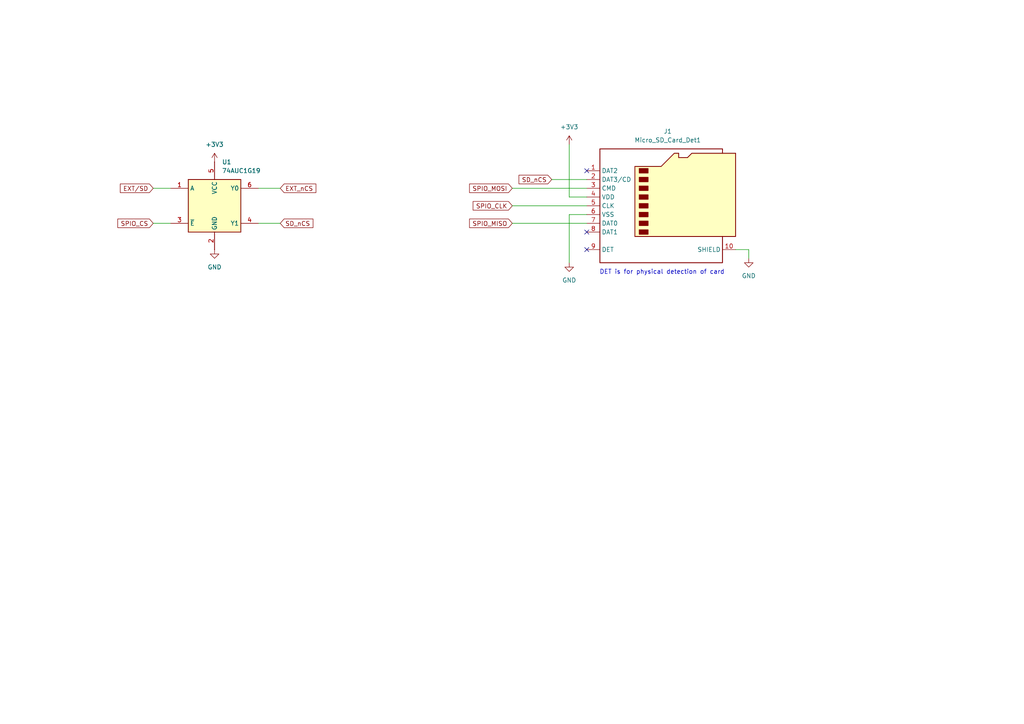
<source format=kicad_sch>
(kicad_sch
	(version 20250114)
	(generator "eeschema")
	(generator_version "9.0")
	(uuid "c9fa1f2d-2031-4e9e-b797-8aa7f5ca274b")
	(paper "A4")
	(title_block
		(company "Astra Robotics")
	)
	(lib_symbols
		(symbol "74xGxx:74AUC1G19"
			(exclude_from_sim no)
			(in_bom yes)
			(on_board yes)
			(property "Reference" "U"
				(at -2.54 5.08 0)
				(effects
					(font
						(size 1.27 1.27)
					)
				)
			)
			(property "Value" "74AUC1G19"
				(at 0 -5.08 0)
				(effects
					(font
						(size 1.27 1.27)
					)
				)
			)
			(property "Footprint" ""
				(at 0 0 0)
				(effects
					(font
						(size 1.27 1.27)
					)
					(hide yes)
				)
			)
			(property "Datasheet" "http://www.ti.com/lit/sg/scyt129e/scyt129e.pdf"
				(at 0 0 0)
				(effects
					(font
						(size 1.27 1.27)
					)
					(hide yes)
				)
			)
			(property "Description" "Single 1 of 2 Decoder, Low-Voltage CMOS"
				(at 0 0 0)
				(effects
					(font
						(size 1.27 1.27)
					)
					(hide yes)
				)
			)
			(property "ki_keywords" "Single Decoder LVC CMOS"
				(at 0 0 0)
				(effects
					(font
						(size 1.27 1.27)
					)
					(hide yes)
				)
			)
			(property "ki_fp_filters" "SOT* SG-*"
				(at 0 0 0)
				(effects
					(font
						(size 1.27 1.27)
					)
					(hide yes)
				)
			)
			(symbol "74AUC1G19_0_1"
				(rectangle
					(start -7.62 7.62)
					(end 7.62 -7.62)
					(stroke
						(width 0.254)
						(type default)
					)
					(fill
						(type background)
					)
				)
			)
			(symbol "74AUC1G19_1_1"
				(pin input line
					(at -12.7 5.08 0)
					(length 5.08)
					(name "A"
						(effects
							(font
								(size 1.27 1.27)
							)
						)
					)
					(number "1"
						(effects
							(font
								(size 1.27 1.27)
							)
						)
					)
				)
				(pin input line
					(at -12.7 -5.08 0)
					(length 5.08)
					(name "~{E}"
						(effects
							(font
								(size 1.27 1.27)
							)
						)
					)
					(number "3"
						(effects
							(font
								(size 1.27 1.27)
							)
						)
					)
				)
				(pin power_in line
					(at 0 12.7 270)
					(length 5.08)
					(name "VCC"
						(effects
							(font
								(size 1.27 1.27)
							)
						)
					)
					(number "5"
						(effects
							(font
								(size 1.27 1.27)
							)
						)
					)
				)
				(pin power_in line
					(at 0 -12.7 90)
					(length 5.08)
					(name "GND"
						(effects
							(font
								(size 1.27 1.27)
							)
						)
					)
					(number "2"
						(effects
							(font
								(size 1.27 1.27)
							)
						)
					)
				)
				(pin output line
					(at 12.7 5.08 180)
					(length 5.08)
					(name "Y0"
						(effects
							(font
								(size 1.27 1.27)
							)
						)
					)
					(number "6"
						(effects
							(font
								(size 1.27 1.27)
							)
						)
					)
				)
				(pin output line
					(at 12.7 -5.08 180)
					(length 5.08)
					(name "Y1"
						(effects
							(font
								(size 1.27 1.27)
							)
						)
					)
					(number "4"
						(effects
							(font
								(size 1.27 1.27)
							)
						)
					)
				)
			)
			(embedded_fonts no)
		)
		(symbol "Connector:Micro_SD_Card_Det1"
			(exclude_from_sim no)
			(in_bom yes)
			(on_board yes)
			(property "Reference" "J"
				(at -16.51 17.78 0)
				(effects
					(font
						(size 1.27 1.27)
					)
				)
			)
			(property "Value" "Micro_SD_Card_Det1"
				(at 16.51 17.78 0)
				(effects
					(font
						(size 1.27 1.27)
					)
					(justify right)
				)
			)
			(property "Footprint" ""
				(at 52.07 17.78 0)
				(effects
					(font
						(size 1.27 1.27)
					)
					(hide yes)
				)
			)
			(property "Datasheet" "https://datasheet.lcsc.com/lcsc/2110151630_XKB-Connectivity-XKTF-015-N_C381082.pdf"
				(at 0 2.54 0)
				(effects
					(font
						(size 1.27 1.27)
					)
					(hide yes)
				)
			)
			(property "Description" "Micro SD Card Socket with one card detection pin"
				(at 0 0 0)
				(effects
					(font
						(size 1.27 1.27)
					)
					(hide yes)
				)
			)
			(property "ki_keywords" "connector SD microsd"
				(at 0 0 0)
				(effects
					(font
						(size 1.27 1.27)
					)
					(hide yes)
				)
			)
			(property "ki_fp_filters" "microSD*"
				(at 0 0 0)
				(effects
					(font
						(size 1.27 1.27)
					)
					(hide yes)
				)
			)
			(symbol "Micro_SD_Card_Det1_0_1"
				(polyline
					(pts
						(xy -8.89 -8.89) (xy -8.89 11.43) (xy -1.27 11.43) (xy 2.54 15.24) (xy 3.81 15.24) (xy 3.81 13.97)
						(xy 6.35 13.97) (xy 7.62 15.24) (xy 20.32 15.24) (xy 20.32 -8.89) (xy -8.89 -8.89)
					)
					(stroke
						(width 0.254)
						(type default)
					)
					(fill
						(type background)
					)
				)
				(rectangle
					(start -7.62 10.795)
					(end -5.08 9.525)
					(stroke
						(width 0.254)
						(type default)
					)
					(fill
						(type outline)
					)
				)
				(rectangle
					(start -7.62 8.255)
					(end -5.08 6.985)
					(stroke
						(width 0.254)
						(type default)
					)
					(fill
						(type outline)
					)
				)
				(rectangle
					(start -7.62 5.715)
					(end -5.08 4.445)
					(stroke
						(width 0.254)
						(type default)
					)
					(fill
						(type outline)
					)
				)
				(rectangle
					(start -7.62 3.175)
					(end -5.08 1.905)
					(stroke
						(width 0.254)
						(type default)
					)
					(fill
						(type outline)
					)
				)
				(rectangle
					(start -7.62 0.635)
					(end -5.08 -0.635)
					(stroke
						(width 0.254)
						(type default)
					)
					(fill
						(type outline)
					)
				)
				(rectangle
					(start -7.62 -1.905)
					(end -5.08 -3.175)
					(stroke
						(width 0.254)
						(type default)
					)
					(fill
						(type outline)
					)
				)
				(rectangle
					(start -7.62 -4.445)
					(end -5.08 -5.715)
					(stroke
						(width 0.254)
						(type default)
					)
					(fill
						(type outline)
					)
				)
				(rectangle
					(start -7.62 -6.985)
					(end -5.08 -8.255)
					(stroke
						(width 0.254)
						(type default)
					)
					(fill
						(type outline)
					)
				)
				(polyline
					(pts
						(xy 16.51 15.24) (xy 16.51 16.51) (xy -19.05 16.51) (xy -19.05 -16.51) (xy 16.51 -16.51) (xy 16.51 -8.89)
					)
					(stroke
						(width 0.254)
						(type default)
					)
					(fill
						(type none)
					)
				)
			)
			(symbol "Micro_SD_Card_Det1_1_1"
				(pin bidirectional line
					(at -22.86 10.16 0)
					(length 3.81)
					(name "DAT2"
						(effects
							(font
								(size 1.27 1.27)
							)
						)
					)
					(number "1"
						(effects
							(font
								(size 1.27 1.27)
							)
						)
					)
				)
				(pin bidirectional line
					(at -22.86 7.62 0)
					(length 3.81)
					(name "DAT3/CD"
						(effects
							(font
								(size 1.27 1.27)
							)
						)
					)
					(number "2"
						(effects
							(font
								(size 1.27 1.27)
							)
						)
					)
				)
				(pin input line
					(at -22.86 5.08 0)
					(length 3.81)
					(name "CMD"
						(effects
							(font
								(size 1.27 1.27)
							)
						)
					)
					(number "3"
						(effects
							(font
								(size 1.27 1.27)
							)
						)
					)
				)
				(pin power_in line
					(at -22.86 2.54 0)
					(length 3.81)
					(name "VDD"
						(effects
							(font
								(size 1.27 1.27)
							)
						)
					)
					(number "4"
						(effects
							(font
								(size 1.27 1.27)
							)
						)
					)
				)
				(pin input line
					(at -22.86 0 0)
					(length 3.81)
					(name "CLK"
						(effects
							(font
								(size 1.27 1.27)
							)
						)
					)
					(number "5"
						(effects
							(font
								(size 1.27 1.27)
							)
						)
					)
				)
				(pin power_in line
					(at -22.86 -2.54 0)
					(length 3.81)
					(name "VSS"
						(effects
							(font
								(size 1.27 1.27)
							)
						)
					)
					(number "6"
						(effects
							(font
								(size 1.27 1.27)
							)
						)
					)
				)
				(pin bidirectional line
					(at -22.86 -5.08 0)
					(length 3.81)
					(name "DAT0"
						(effects
							(font
								(size 1.27 1.27)
							)
						)
					)
					(number "7"
						(effects
							(font
								(size 1.27 1.27)
							)
						)
					)
				)
				(pin bidirectional line
					(at -22.86 -7.62 0)
					(length 3.81)
					(name "DAT1"
						(effects
							(font
								(size 1.27 1.27)
							)
						)
					)
					(number "8"
						(effects
							(font
								(size 1.27 1.27)
							)
						)
					)
				)
				(pin passive line
					(at -22.86 -12.7 0)
					(length 3.81)
					(name "DET"
						(effects
							(font
								(size 1.27 1.27)
							)
						)
					)
					(number "9"
						(effects
							(font
								(size 1.27 1.27)
							)
						)
					)
				)
				(pin passive line
					(at 20.32 -12.7 180)
					(length 3.81)
					(name "SHIELD"
						(effects
							(font
								(size 1.27 1.27)
							)
						)
					)
					(number "10"
						(effects
							(font
								(size 1.27 1.27)
							)
						)
					)
				)
			)
			(embedded_fonts no)
		)
		(symbol "power:+3V3"
			(power)
			(pin_numbers
				(hide yes)
			)
			(pin_names
				(offset 0)
				(hide yes)
			)
			(exclude_from_sim no)
			(in_bom yes)
			(on_board yes)
			(property "Reference" "#PWR"
				(at 0 -3.81 0)
				(effects
					(font
						(size 1.27 1.27)
					)
					(hide yes)
				)
			)
			(property "Value" "+3V3"
				(at 0 3.556 0)
				(effects
					(font
						(size 1.27 1.27)
					)
				)
			)
			(property "Footprint" ""
				(at 0 0 0)
				(effects
					(font
						(size 1.27 1.27)
					)
					(hide yes)
				)
			)
			(property "Datasheet" ""
				(at 0 0 0)
				(effects
					(font
						(size 1.27 1.27)
					)
					(hide yes)
				)
			)
			(property "Description" "Power symbol creates a global label with name \"+3V3\""
				(at 0 0 0)
				(effects
					(font
						(size 1.27 1.27)
					)
					(hide yes)
				)
			)
			(property "ki_keywords" "global power"
				(at 0 0 0)
				(effects
					(font
						(size 1.27 1.27)
					)
					(hide yes)
				)
			)
			(symbol "+3V3_0_1"
				(polyline
					(pts
						(xy -0.762 1.27) (xy 0 2.54)
					)
					(stroke
						(width 0)
						(type default)
					)
					(fill
						(type none)
					)
				)
				(polyline
					(pts
						(xy 0 2.54) (xy 0.762 1.27)
					)
					(stroke
						(width 0)
						(type default)
					)
					(fill
						(type none)
					)
				)
				(polyline
					(pts
						(xy 0 0) (xy 0 2.54)
					)
					(stroke
						(width 0)
						(type default)
					)
					(fill
						(type none)
					)
				)
			)
			(symbol "+3V3_1_1"
				(pin power_in line
					(at 0 0 90)
					(length 0)
					(name "~"
						(effects
							(font
								(size 1.27 1.27)
							)
						)
					)
					(number "1"
						(effects
							(font
								(size 1.27 1.27)
							)
						)
					)
				)
			)
			(embedded_fonts no)
		)
		(symbol "power:GND"
			(power)
			(pin_numbers
				(hide yes)
			)
			(pin_names
				(offset 0)
				(hide yes)
			)
			(exclude_from_sim no)
			(in_bom yes)
			(on_board yes)
			(property "Reference" "#PWR"
				(at 0 -6.35 0)
				(effects
					(font
						(size 1.27 1.27)
					)
					(hide yes)
				)
			)
			(property "Value" "GND"
				(at 0 -3.81 0)
				(effects
					(font
						(size 1.27 1.27)
					)
				)
			)
			(property "Footprint" ""
				(at 0 0 0)
				(effects
					(font
						(size 1.27 1.27)
					)
					(hide yes)
				)
			)
			(property "Datasheet" ""
				(at 0 0 0)
				(effects
					(font
						(size 1.27 1.27)
					)
					(hide yes)
				)
			)
			(property "Description" "Power symbol creates a global label with name \"GND\" , ground"
				(at 0 0 0)
				(effects
					(font
						(size 1.27 1.27)
					)
					(hide yes)
				)
			)
			(property "ki_keywords" "global power"
				(at 0 0 0)
				(effects
					(font
						(size 1.27 1.27)
					)
					(hide yes)
				)
			)
			(symbol "GND_0_1"
				(polyline
					(pts
						(xy 0 0) (xy 0 -1.27) (xy 1.27 -1.27) (xy 0 -2.54) (xy -1.27 -1.27) (xy 0 -1.27)
					)
					(stroke
						(width 0)
						(type default)
					)
					(fill
						(type none)
					)
				)
			)
			(symbol "GND_1_1"
				(pin power_in line
					(at 0 0 270)
					(length 0)
					(name "~"
						(effects
							(font
								(size 1.27 1.27)
							)
						)
					)
					(number "1"
						(effects
							(font
								(size 1.27 1.27)
							)
						)
					)
				)
			)
			(embedded_fonts no)
		)
	)
	(text "DET is for physical detection of card\n"
		(exclude_from_sim yes)
		(at 192.024 78.994 0)
		(effects
			(font
				(size 1.27 1.27)
			)
		)
		(uuid "a01e4fd3-b71f-4c89-87f0-c4bce5d82dd4")
	)
	(no_connect
		(at 170.18 67.31)
		(uuid "cbc718c5-7663-4027-b869-1303a8138b8e")
	)
	(no_connect
		(at 170.18 49.53)
		(uuid "fb1f11eb-4754-4927-a592-7285392483be")
	)
	(no_connect
		(at 170.18 72.39)
		(uuid "fcdbfd24-1362-4f77-964f-a8fc1972993d")
	)
	(wire
		(pts
			(xy 160.02 52.07) (xy 170.18 52.07)
		)
		(stroke
			(width 0)
			(type default)
		)
		(uuid "1316f9af-59bb-4a3e-9267-7dc17847fe40")
	)
	(wire
		(pts
			(xy 170.18 57.15) (xy 165.1 57.15)
		)
		(stroke
			(width 0)
			(type default)
		)
		(uuid "18f0dcd3-78f7-4010-86b8-af422c136de9")
	)
	(wire
		(pts
			(xy 165.1 57.15) (xy 165.1 41.91)
		)
		(stroke
			(width 0)
			(type default)
		)
		(uuid "236e12ba-0487-4ce6-b361-efa3f4ff143a")
	)
	(wire
		(pts
			(xy 165.1 62.23) (xy 165.1 76.2)
		)
		(stroke
			(width 0)
			(type default)
		)
		(uuid "33946cc2-2c1d-4e92-bef9-6ec3bab6a7d7")
	)
	(wire
		(pts
			(xy 170.18 62.23) (xy 165.1 62.23)
		)
		(stroke
			(width 0)
			(type default)
		)
		(uuid "3b667368-a21b-4297-a0fa-a348a59f00e3")
	)
	(wire
		(pts
			(xy 213.36 72.39) (xy 217.17 72.39)
		)
		(stroke
			(width 0)
			(type default)
		)
		(uuid "4f1e8842-8235-43df-8787-8dc65ceea956")
	)
	(wire
		(pts
			(xy 170.18 59.69) (xy 148.59 59.69)
		)
		(stroke
			(width 0)
			(type default)
		)
		(uuid "5b429a5d-fbe9-4910-86fc-29f29c12edb2")
	)
	(wire
		(pts
			(xy 74.93 54.61) (xy 81.28 54.61)
		)
		(stroke
			(width 0)
			(type default)
		)
		(uuid "70d51a8d-f5a9-421f-b470-f7453027db60")
	)
	(wire
		(pts
			(xy 217.17 72.39) (xy 217.17 74.93)
		)
		(stroke
			(width 0)
			(type default)
		)
		(uuid "88a1de26-b613-420d-a3a2-1b37612e41d0")
	)
	(wire
		(pts
			(xy 148.59 64.77) (xy 170.18 64.77)
		)
		(stroke
			(width 0)
			(type default)
		)
		(uuid "990742d7-b766-4d77-abb4-475a710f6020")
	)
	(wire
		(pts
			(xy 44.45 54.61) (xy 49.53 54.61)
		)
		(stroke
			(width 0)
			(type default)
		)
		(uuid "b61b4976-c8f1-4c79-9fa4-cfab984e0be6")
	)
	(wire
		(pts
			(xy 44.45 64.77) (xy 49.53 64.77)
		)
		(stroke
			(width 0)
			(type default)
		)
		(uuid "bcdd6521-dc00-4642-8594-8c86206c93fd")
	)
	(wire
		(pts
			(xy 170.18 54.61) (xy 148.59 54.61)
		)
		(stroke
			(width 0)
			(type default)
		)
		(uuid "d66397ea-2a71-4283-a2c5-b7a73fb8a633")
	)
	(wire
		(pts
			(xy 74.93 64.77) (xy 81.28 64.77)
		)
		(stroke
			(width 0)
			(type default)
		)
		(uuid "eb1ccdd9-d67c-437e-a7d3-7787ac4bf4da")
	)
	(global_label "SPIO_CLK"
		(shape input)
		(at 148.59 59.69 180)
		(fields_autoplaced yes)
		(effects
			(font
				(size 1.27 1.27)
			)
			(justify right)
		)
		(uuid "0e28e69f-5616-40cd-8ec3-ca461e30d23f")
		(property "Intersheetrefs" "${INTERSHEET_REFS}"
			(at 136.6543 59.69 0)
			(effects
				(font
					(size 1.27 1.27)
				)
				(justify right)
				(hide yes)
			)
		)
	)
	(global_label "SPIO_MISO"
		(shape input)
		(at 148.59 64.77 180)
		(fields_autoplaced yes)
		(effects
			(font
				(size 1.27 1.27)
			)
			(justify right)
		)
		(uuid "2bad5758-af95-45c2-8588-8e539da78c24")
		(property "Intersheetrefs" "${INTERSHEET_REFS}"
			(at 135.6262 64.77 0)
			(effects
				(font
					(size 1.27 1.27)
				)
				(justify right)
				(hide yes)
			)
		)
	)
	(global_label "SD_nCS"
		(shape input)
		(at 81.28 64.77 0)
		(fields_autoplaced yes)
		(effects
			(font
				(size 1.27 1.27)
			)
			(justify left)
		)
		(uuid "535acf41-f35b-466c-a22f-24fb587a358b")
		(property "Intersheetrefs" "${INTERSHEET_REFS}"
			(at 91.3408 64.77 0)
			(effects
				(font
					(size 1.27 1.27)
				)
				(justify left)
				(hide yes)
			)
		)
	)
	(global_label "SPIO_MOSI"
		(shape input)
		(at 148.59 54.61 180)
		(fields_autoplaced yes)
		(effects
			(font
				(size 1.27 1.27)
			)
			(justify right)
		)
		(uuid "697b08e7-6246-4f9a-9c5c-2eb134e06d49")
		(property "Intersheetrefs" "${INTERSHEET_REFS}"
			(at 135.6262 54.61 0)
			(effects
				(font
					(size 1.27 1.27)
				)
				(justify right)
				(hide yes)
			)
		)
	)
	(global_label "SD_nCS"
		(shape input)
		(at 160.02 52.07 180)
		(fields_autoplaced yes)
		(effects
			(font
				(size 1.27 1.27)
			)
			(justify right)
		)
		(uuid "7c24d5cb-09e3-485a-a752-d70a416c9770")
		(property "Intersheetrefs" "${INTERSHEET_REFS}"
			(at 149.9592 52.07 0)
			(effects
				(font
					(size 1.27 1.27)
				)
				(justify right)
				(hide yes)
			)
		)
	)
	(global_label "EXT_nCS"
		(shape input)
		(at 81.28 54.61 0)
		(fields_autoplaced yes)
		(effects
			(font
				(size 1.27 1.27)
			)
			(justify left)
		)
		(uuid "8143788a-c795-4124-bb8e-09ba8cf9de8b")
		(property "Intersheetrefs" "${INTERSHEET_REFS}"
			(at 92.1874 54.61 0)
			(effects
				(font
					(size 1.27 1.27)
				)
				(justify left)
				(hide yes)
			)
		)
	)
	(global_label "SPIO_CS"
		(shape input)
		(at 44.45 64.77 180)
		(fields_autoplaced yes)
		(effects
			(font
				(size 1.27 1.27)
			)
			(justify right)
		)
		(uuid "f9f57f80-edc1-4b85-9f10-45800fd9fa6c")
		(property "Intersheetrefs" "${INTERSHEET_REFS}"
			(at 33.6029 64.77 0)
			(effects
				(font
					(size 1.27 1.27)
				)
				(justify right)
				(hide yes)
			)
		)
	)
	(global_label "EXT{slash}SD"
		(shape input)
		(at 44.45 54.61 180)
		(fields_autoplaced yes)
		(effects
			(font
				(size 1.27 1.27)
			)
			(justify right)
		)
		(uuid "feccd5a5-de56-4b14-96c1-439ebda8c0dd")
		(property "Intersheetrefs" "${INTERSHEET_REFS}"
			(at 34.3287 54.61 0)
			(effects
				(font
					(size 1.27 1.27)
				)
				(justify right)
				(hide yes)
			)
		)
	)
	(symbol
		(lib_id "power:GND")
		(at 165.1 76.2 0)
		(unit 1)
		(exclude_from_sim no)
		(in_bom yes)
		(on_board yes)
		(dnp no)
		(fields_autoplaced yes)
		(uuid "051fa365-e086-41ad-9dd9-70e847ce673c")
		(property "Reference" "#PWR04"
			(at 165.1 82.55 0)
			(effects
				(font
					(size 1.27 1.27)
				)
				(hide yes)
			)
		)
		(property "Value" "GND"
			(at 165.1 81.28 0)
			(effects
				(font
					(size 1.27 1.27)
				)
			)
		)
		(property "Footprint" ""
			(at 165.1 76.2 0)
			(effects
				(font
					(size 1.27 1.27)
				)
				(hide yes)
			)
		)
		(property "Datasheet" ""
			(at 165.1 76.2 0)
			(effects
				(font
					(size 1.27 1.27)
				)
				(hide yes)
			)
		)
		(property "Description" "Power symbol creates a global label with name \"GND\" , ground"
			(at 165.1 76.2 0)
			(effects
				(font
					(size 1.27 1.27)
				)
				(hide yes)
			)
		)
		(pin "1"
			(uuid "2fd1ec58-f3e4-454f-ba3e-410ff61ba63f")
		)
		(instances
			(project ""
				(path "/6379cb09-8427-484b-8caa-23471c63c9c8/e50fae86-9303-4cf0-b6d2-61e05b28e262"
					(reference "#PWR04")
					(unit 1)
				)
			)
		)
	)
	(symbol
		(lib_id "power:GND")
		(at 217.17 74.93 0)
		(unit 1)
		(exclude_from_sim no)
		(in_bom yes)
		(on_board yes)
		(dnp no)
		(fields_autoplaced yes)
		(uuid "1ce95a03-3e4c-4490-9e0e-531d8eee0171")
		(property "Reference" "#PWR05"
			(at 217.17 81.28 0)
			(effects
				(font
					(size 1.27 1.27)
				)
				(hide yes)
			)
		)
		(property "Value" "GND"
			(at 217.17 80.01 0)
			(effects
				(font
					(size 1.27 1.27)
				)
			)
		)
		(property "Footprint" ""
			(at 217.17 74.93 0)
			(effects
				(font
					(size 1.27 1.27)
				)
				(hide yes)
			)
		)
		(property "Datasheet" ""
			(at 217.17 74.93 0)
			(effects
				(font
					(size 1.27 1.27)
				)
				(hide yes)
			)
		)
		(property "Description" "Power symbol creates a global label with name \"GND\" , ground"
			(at 217.17 74.93 0)
			(effects
				(font
					(size 1.27 1.27)
				)
				(hide yes)
			)
		)
		(pin "1"
			(uuid "86f6f5df-44d4-447a-991b-573f760054d6")
		)
		(instances
			(project ""
				(path "/6379cb09-8427-484b-8caa-23471c63c9c8/e50fae86-9303-4cf0-b6d2-61e05b28e262"
					(reference "#PWR05")
					(unit 1)
				)
			)
		)
	)
	(symbol
		(lib_id "power:GND")
		(at 62.23 72.39 0)
		(unit 1)
		(exclude_from_sim no)
		(in_bom yes)
		(on_board yes)
		(dnp no)
		(fields_autoplaced yes)
		(uuid "27edab58-be99-4f93-bfa8-d4bcfc07f0de")
		(property "Reference" "#PWR01"
			(at 62.23 78.74 0)
			(effects
				(font
					(size 1.27 1.27)
				)
				(hide yes)
			)
		)
		(property "Value" "GND"
			(at 62.23 77.47 0)
			(effects
				(font
					(size 1.27 1.27)
				)
			)
		)
		(property "Footprint" ""
			(at 62.23 72.39 0)
			(effects
				(font
					(size 1.27 1.27)
				)
				(hide yes)
			)
		)
		(property "Datasheet" ""
			(at 62.23 72.39 0)
			(effects
				(font
					(size 1.27 1.27)
				)
				(hide yes)
			)
		)
		(property "Description" "Power symbol creates a global label with name \"GND\" , ground"
			(at 62.23 72.39 0)
			(effects
				(font
					(size 1.27 1.27)
				)
				(hide yes)
			)
		)
		(pin "1"
			(uuid "87fa6472-2995-4992-8e2a-214ca545cd25")
		)
		(instances
			(project ""
				(path "/6379cb09-8427-484b-8caa-23471c63c9c8/e50fae86-9303-4cf0-b6d2-61e05b28e262"
					(reference "#PWR01")
					(unit 1)
				)
			)
		)
	)
	(symbol
		(lib_id "power:+3V3")
		(at 165.1 41.91 0)
		(unit 1)
		(exclude_from_sim no)
		(in_bom yes)
		(on_board yes)
		(dnp no)
		(fields_autoplaced yes)
		(uuid "2f0f8366-6ffd-462e-b2a0-9cd989d6d8e7")
		(property "Reference" "#PWR03"
			(at 165.1 45.72 0)
			(effects
				(font
					(size 1.27 1.27)
				)
				(hide yes)
			)
		)
		(property "Value" "+3V3"
			(at 165.1 36.83 0)
			(effects
				(font
					(size 1.27 1.27)
				)
			)
		)
		(property "Footprint" ""
			(at 165.1 41.91 0)
			(effects
				(font
					(size 1.27 1.27)
				)
				(hide yes)
			)
		)
		(property "Datasheet" ""
			(at 165.1 41.91 0)
			(effects
				(font
					(size 1.27 1.27)
				)
				(hide yes)
			)
		)
		(property "Description" "Power symbol creates a global label with name \"+3V3\""
			(at 165.1 41.91 0)
			(effects
				(font
					(size 1.27 1.27)
				)
				(hide yes)
			)
		)
		(pin "1"
			(uuid "7eb29f1f-c3aa-42e3-b26b-33af26996d72")
		)
		(instances
			(project ""
				(path "/6379cb09-8427-484b-8caa-23471c63c9c8/e50fae86-9303-4cf0-b6d2-61e05b28e262"
					(reference "#PWR03")
					(unit 1)
				)
			)
		)
	)
	(symbol
		(lib_id "Connector:Micro_SD_Card_Det1")
		(at 193.04 59.69 0)
		(unit 1)
		(exclude_from_sim no)
		(in_bom yes)
		(on_board yes)
		(dnp no)
		(fields_autoplaced yes)
		(uuid "4d47b55c-da90-4136-a6ec-a46d64fa8aa3")
		(property "Reference" "J1"
			(at 193.675 38.1 0)
			(effects
				(font
					(size 1.27 1.27)
				)
			)
		)
		(property "Value" "Micro_SD_Card_Det1"
			(at 193.675 40.64 0)
			(effects
				(font
					(size 1.27 1.27)
				)
			)
		)
		(property "Footprint" "Connector_Card:microSD_HC_Hirose_DM3AT-SF-PEJM5"
			(at 245.11 41.91 0)
			(effects
				(font
					(size 1.27 1.27)
				)
				(hide yes)
			)
		)
		(property "Datasheet" "https://datasheet.lcsc.com/lcsc/2110151630_XKB-Connectivity-XKTF-015-N_C381082.pdf"
			(at 193.04 57.15 0)
			(effects
				(font
					(size 1.27 1.27)
				)
				(hide yes)
			)
		)
		(property "Description" "Micro SD Card Socket with one card detection pin"
			(at 193.04 59.69 0)
			(effects
				(font
					(size 1.27 1.27)
				)
				(hide yes)
			)
		)
		(pin "4"
			(uuid "a8963d8d-1ad0-45f4-9413-b8b2da3457d2")
		)
		(pin "8"
			(uuid "ef2cae60-fad4-4e85-9a8f-97029fc917df")
		)
		(pin "2"
			(uuid "15d0ade8-2a7c-4eda-aca6-dd88f93517c4")
		)
		(pin "5"
			(uuid "db235ded-d15c-4c93-9b98-d97e67582385")
		)
		(pin "1"
			(uuid "565412be-6db5-4c0f-8ad6-be15ad08081f")
		)
		(pin "7"
			(uuid "141f97bc-b5ad-4f52-a918-7f5e637bfdff")
		)
		(pin "10"
			(uuid "d5d155f3-74d1-45da-bb1a-8cd81815e87d")
		)
		(pin "3"
			(uuid "50f9d6ba-8332-492b-a6f5-1f7a682176a5")
		)
		(pin "6"
			(uuid "37624e0f-1222-4873-8c53-7aa2721910ff")
		)
		(pin "9"
			(uuid "7c487491-f4bd-4128-82a4-799bcfbe475c")
		)
		(instances
			(project ""
				(path "/6379cb09-8427-484b-8caa-23471c63c9c8/e50fae86-9303-4cf0-b6d2-61e05b28e262"
					(reference "J1")
					(unit 1)
				)
			)
		)
	)
	(symbol
		(lib_id "74xGxx:74AUC1G19")
		(at 62.23 59.69 0)
		(unit 1)
		(exclude_from_sim no)
		(in_bom yes)
		(on_board yes)
		(dnp no)
		(fields_autoplaced yes)
		(uuid "5537368e-de87-4a35-99ea-111a217f9f38")
		(property "Reference" "U1"
			(at 64.3733 46.99 0)
			(effects
				(font
					(size 1.27 1.27)
				)
				(justify left)
			)
		)
		(property "Value" "74AUC1G19"
			(at 64.3733 49.53 0)
			(effects
				(font
					(size 1.27 1.27)
				)
				(justify left)
			)
		)
		(property "Footprint" "Package_TO_SOT_SMD:SOT-23-6_Handsoldering"
			(at 62.23 59.69 0)
			(effects
				(font
					(size 1.27 1.27)
				)
				(hide yes)
			)
		)
		(property "Datasheet" "http://www.ti.com/lit/sg/scyt129e/scyt129e.pdf"
			(at 62.23 59.69 0)
			(effects
				(font
					(size 1.27 1.27)
				)
				(hide yes)
			)
		)
		(property "Description" "Single 1 of 2 Decoder, Low-Voltage CMOS"
			(at 62.23 59.69 0)
			(effects
				(font
					(size 1.27 1.27)
				)
				(hide yes)
			)
		)
		(pin "2"
			(uuid "3d3b9915-3c78-4582-bfcb-a21f71580142")
		)
		(pin "4"
			(uuid "d79a4b89-cc83-43cc-b0de-b37539b9630e")
		)
		(pin "1"
			(uuid "a9342f70-7108-4384-b4ce-1a73a0c961d5")
		)
		(pin "3"
			(uuid "b73a1fc0-35ca-4138-a614-b45f2ab129d3")
		)
		(pin "5"
			(uuid "2ba39eb8-b3a5-4341-96fa-53d6b9832d24")
		)
		(pin "6"
			(uuid "5c806cfd-358e-4e09-b008-1323de8d5ab3")
		)
		(instances
			(project ""
				(path "/6379cb09-8427-484b-8caa-23471c63c9c8/e50fae86-9303-4cf0-b6d2-61e05b28e262"
					(reference "U1")
					(unit 1)
				)
			)
		)
	)
	(symbol
		(lib_id "power:+3V3")
		(at 62.23 46.99 0)
		(unit 1)
		(exclude_from_sim no)
		(in_bom yes)
		(on_board yes)
		(dnp no)
		(fields_autoplaced yes)
		(uuid "ffe3150d-b9ed-42e4-82a5-234bce546fb8")
		(property "Reference" "#PWR02"
			(at 62.23 50.8 0)
			(effects
				(font
					(size 1.27 1.27)
				)
				(hide yes)
			)
		)
		(property "Value" "+3V3"
			(at 62.23 41.91 0)
			(effects
				(font
					(size 1.27 1.27)
				)
			)
		)
		(property "Footprint" ""
			(at 62.23 46.99 0)
			(effects
				(font
					(size 1.27 1.27)
				)
				(hide yes)
			)
		)
		(property "Datasheet" ""
			(at 62.23 46.99 0)
			(effects
				(font
					(size 1.27 1.27)
				)
				(hide yes)
			)
		)
		(property "Description" "Power symbol creates a global label with name \"+3V3\""
			(at 62.23 46.99 0)
			(effects
				(font
					(size 1.27 1.27)
				)
				(hide yes)
			)
		)
		(pin "1"
			(uuid "279fd5e0-cf54-4441-a418-4b9eed3d0896")
		)
		(instances
			(project ""
				(path "/6379cb09-8427-484b-8caa-23471c63c9c8/e50fae86-9303-4cf0-b6d2-61e05b28e262"
					(reference "#PWR02")
					(unit 1)
				)
			)
		)
	)
)

</source>
